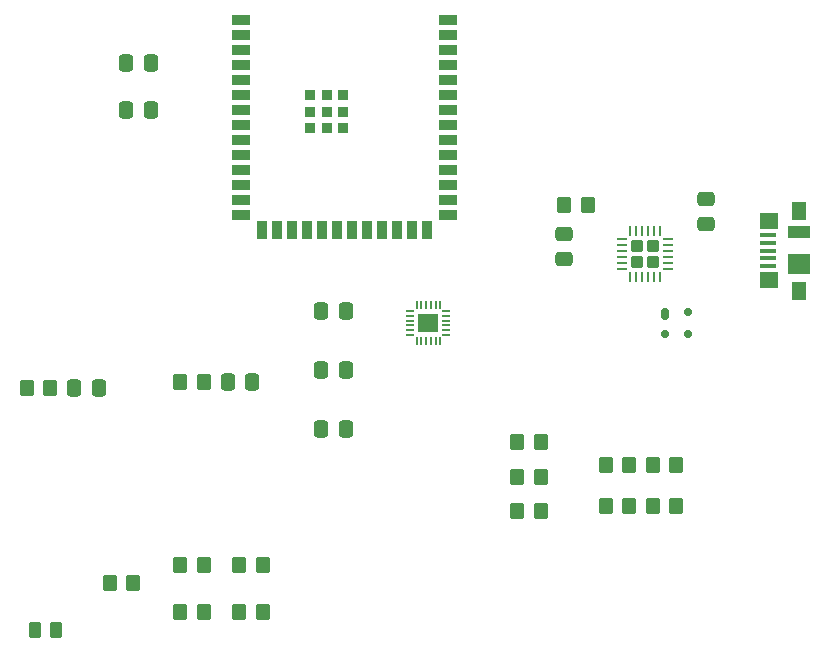
<source format=gbr>
%TF.GenerationSoftware,KiCad,Pcbnew,8.0.5*%
%TF.CreationDate,2024-10-29T07:25:13-05:00*%
%TF.ProjectId,Autonomous_Gardening_Rover_v2,4175746f-6e6f-46d6-9f75-735f47617264,rev?*%
%TF.SameCoordinates,Original*%
%TF.FileFunction,Paste,Top*%
%TF.FilePolarity,Positive*%
%FSLAX46Y46*%
G04 Gerber Fmt 4.6, Leading zero omitted, Abs format (unit mm)*
G04 Created by KiCad (PCBNEW 8.0.5) date 2024-10-29 07:25:13*
%MOMM*%
%LPD*%
G01*
G04 APERTURE LIST*
G04 Aperture macros list*
%AMRoundRect*
0 Rectangle with rounded corners*
0 $1 Rounding radius*
0 $2 $3 $4 $5 $6 $7 $8 $9 X,Y pos of 4 corners*
0 Add a 4 corners polygon primitive as box body*
4,1,4,$2,$3,$4,$5,$6,$7,$8,$9,$2,$3,0*
0 Add four circle primitives for the rounded corners*
1,1,$1+$1,$2,$3*
1,1,$1+$1,$4,$5*
1,1,$1+$1,$6,$7*
1,1,$1+$1,$8,$9*
0 Add four rect primitives between the rounded corners*
20,1,$1+$1,$2,$3,$4,$5,0*
20,1,$1+$1,$4,$5,$6,$7,0*
20,1,$1+$1,$6,$7,$8,$9,0*
20,1,$1+$1,$8,$9,$2,$3,0*%
G04 Aperture macros list end*
%ADD10RoundRect,0.250000X-0.350000X-0.450000X0.350000X-0.450000X0.350000X0.450000X-0.350000X0.450000X0*%
%ADD11RoundRect,0.250000X-0.337500X-0.475000X0.337500X-0.475000X0.337500X0.475000X-0.337500X0.475000X0*%
%ADD12RoundRect,0.175000X-0.175000X-0.325000X0.175000X-0.325000X0.175000X0.325000X-0.175000X0.325000X0*%
%ADD13RoundRect,0.150000X-0.200000X-0.150000X0.200000X-0.150000X0.200000X0.150000X-0.200000X0.150000X0*%
%ADD14R,0.900000X0.900000*%
%ADD15R,1.500000X0.900000*%
%ADD16R,0.900000X1.500000*%
%ADD17RoundRect,0.250000X-0.262500X-0.450000X0.262500X-0.450000X0.262500X0.450000X-0.262500X0.450000X0*%
%ADD18RoundRect,0.250000X0.337500X0.475000X-0.337500X0.475000X-0.337500X-0.475000X0.337500X-0.475000X0*%
%ADD19R,0.660400X0.203200*%
%ADD20R,0.203200X0.660400*%
%ADD21R,1.752600X1.600200*%
%ADD22RoundRect,0.062500X0.062500X0.350000X-0.062500X0.350000X-0.062500X-0.350000X0.062500X-0.350000X0*%
%ADD23RoundRect,0.062500X0.350000X0.062500X-0.350000X0.062500X-0.350000X-0.062500X0.350000X-0.062500X0*%
%ADD24RoundRect,0.250000X0.275000X0.275000X-0.275000X0.275000X-0.275000X-0.275000X0.275000X-0.275000X0*%
%ADD25RoundRect,0.250000X-0.475000X0.337500X-0.475000X-0.337500X0.475000X-0.337500X0.475000X0.337500X0*%
%ADD26R,1.300000X1.650000*%
%ADD27R,1.550000X1.425000*%
%ADD28R,1.900000X1.000000*%
%ADD29R,1.900000X1.800000*%
%ADD30R,1.380000X0.450000*%
G04 APERTURE END LIST*
D10*
%TO.C,R9*%
X99500000Y-53000000D03*
X101500000Y-53000000D03*
%TD*%
D11*
%TO.C,C2*%
X62425000Y-41000000D03*
X64500000Y-41000000D03*
%TD*%
D10*
%TO.C,R5*%
X72000000Y-83500000D03*
X74000000Y-83500000D03*
%TD*%
%TO.C,R6*%
X67000000Y-83500000D03*
X69000000Y-83500000D03*
%TD*%
%TO.C,R4*%
X61000000Y-85000000D03*
X63000000Y-85000000D03*
%TD*%
%TO.C,R27*%
X95500000Y-78950000D03*
X97500000Y-78950000D03*
%TD*%
%TO.C,R1*%
X54000000Y-68500000D03*
X56000000Y-68500000D03*
%TD*%
D12*
%TO.C,D4*%
X108000000Y-62250000D03*
D13*
X108000000Y-63950000D03*
X110000000Y-63950000D03*
X110000000Y-62050000D03*
%TD*%
D10*
%TO.C,R21*%
X107000000Y-75000000D03*
X109000000Y-75000000D03*
%TD*%
D14*
%TO.C,U1*%
X78000000Y-43700000D03*
X78000000Y-45100000D03*
X78000000Y-46500000D03*
X79400000Y-43700000D03*
X79400000Y-45100000D03*
X79400000Y-46500000D03*
X80800000Y-43700000D03*
X80800000Y-45100000D03*
X80800000Y-46500000D03*
D15*
X72150000Y-37380000D03*
X72150000Y-38650000D03*
X72150000Y-39920000D03*
X72150000Y-41190000D03*
X72150000Y-42460000D03*
X72150000Y-43730000D03*
X72150000Y-45000000D03*
X72150000Y-46270000D03*
X72150000Y-47540000D03*
X72150000Y-48810000D03*
X72150000Y-50080000D03*
X72150000Y-51350000D03*
X72150000Y-52620000D03*
X72150000Y-53890000D03*
D16*
X73915000Y-55140000D03*
X75185000Y-55140000D03*
X76455000Y-55140000D03*
X77725000Y-55140000D03*
X78995000Y-55140000D03*
X80265000Y-55140000D03*
X81535000Y-55140000D03*
X82805000Y-55140000D03*
X84075000Y-55140000D03*
X85345000Y-55140000D03*
X86615000Y-55140000D03*
X87885000Y-55140000D03*
D15*
X89650000Y-53890000D03*
X89650000Y-52620000D03*
X89650000Y-51350000D03*
X89650000Y-50080000D03*
X89650000Y-48810000D03*
X89650000Y-47540000D03*
X89650000Y-46270000D03*
X89650000Y-45000000D03*
X89650000Y-43730000D03*
X89650000Y-42460000D03*
X89650000Y-41190000D03*
X89650000Y-39920000D03*
X89650000Y-38650000D03*
X89650000Y-37380000D03*
%TD*%
D17*
%TO.C,R3*%
X54675000Y-89000000D03*
X56500000Y-89000000D03*
%TD*%
D10*
%TO.C,R7*%
X67000000Y-87500000D03*
X69000000Y-87500000D03*
%TD*%
D18*
%TO.C,C16*%
X81000000Y-72000000D03*
X78925000Y-72000000D03*
%TD*%
D11*
%TO.C,C4*%
X71000000Y-68000000D03*
X73075000Y-68000000D03*
%TD*%
%TO.C,C17*%
X78925000Y-67000000D03*
X81000000Y-67000000D03*
%TD*%
D19*
%TO.C,U6*%
X86476000Y-61999999D03*
X86476000Y-62400001D03*
X86476000Y-62800000D03*
X86476000Y-63200000D03*
X86476000Y-63599999D03*
X86476000Y-64000001D03*
D20*
X86999999Y-64524000D03*
X87400001Y-64524000D03*
X87800000Y-64524000D03*
X88200000Y-64524000D03*
X88599999Y-64524000D03*
X89000001Y-64524000D03*
D19*
X89524000Y-64000001D03*
X89524000Y-63599999D03*
X89524000Y-63200000D03*
X89524000Y-62800000D03*
X89524000Y-62400001D03*
X89524000Y-61999999D03*
D20*
X89000001Y-61476000D03*
X88599999Y-61476000D03*
X88200000Y-61476000D03*
X87800000Y-61476000D03*
X87400001Y-61476000D03*
X86999999Y-61476000D03*
D21*
X88000000Y-63000000D03*
%TD*%
D22*
%TO.C,U2*%
X107600000Y-59087500D03*
X107100000Y-59087500D03*
X106600000Y-59087500D03*
X106100000Y-59087500D03*
X105600000Y-59087500D03*
X105100000Y-59087500D03*
D23*
X104412500Y-58400000D03*
X104412500Y-57900000D03*
X104412500Y-57400000D03*
X104412500Y-56900000D03*
X104412500Y-56400000D03*
X104412500Y-55900000D03*
D22*
X105100000Y-55212500D03*
X105600000Y-55212500D03*
X106100000Y-55212500D03*
X106600000Y-55212500D03*
X107100000Y-55212500D03*
X107600000Y-55212500D03*
D23*
X108287500Y-55900000D03*
X108287500Y-56400000D03*
X108287500Y-56900000D03*
X108287500Y-57400000D03*
X108287500Y-57900000D03*
X108287500Y-58400000D03*
D24*
X105700000Y-56500000D03*
X105700000Y-57800000D03*
X107000000Y-56500000D03*
X107000000Y-57800000D03*
%TD*%
D25*
%TO.C,C6*%
X99500000Y-55500000D03*
X99500000Y-57575000D03*
%TD*%
D10*
%TO.C,R24*%
X103000000Y-78500000D03*
X105000000Y-78500000D03*
%TD*%
%TO.C,R8*%
X72000000Y-87500000D03*
X74000000Y-87500000D03*
%TD*%
%TO.C,R2*%
X67000000Y-68000000D03*
X69000000Y-68000000D03*
%TD*%
%TO.C,R25*%
X95500000Y-73050000D03*
X97500000Y-73050000D03*
%TD*%
D18*
%TO.C,C15*%
X81000000Y-62000000D03*
X78925000Y-62000000D03*
%TD*%
D11*
%TO.C,C1*%
X62425000Y-45000000D03*
X64500000Y-45000000D03*
%TD*%
D25*
%TO.C,C5*%
X111500000Y-52500000D03*
X111500000Y-54575000D03*
%TD*%
D10*
%TO.C,R26*%
X95500000Y-76000000D03*
X97500000Y-76000000D03*
%TD*%
%TO.C,R22*%
X107000000Y-78500000D03*
X109000000Y-78500000D03*
%TD*%
%TO.C,R23*%
X103000000Y-75000000D03*
X105000000Y-75000000D03*
%TD*%
D11*
%TO.C,C3*%
X60075000Y-68500000D03*
X58000000Y-68500000D03*
%TD*%
D26*
%TO.C,J2*%
X119400000Y-53500000D03*
D27*
X116825000Y-54387500D03*
D28*
X119400000Y-55325000D03*
D29*
X119400000Y-58025000D03*
D27*
X116825000Y-59362500D03*
D26*
X119400000Y-60250000D03*
D30*
X116740000Y-55575000D03*
X116740000Y-56225000D03*
X116740000Y-56875000D03*
X116740000Y-57525000D03*
X116740000Y-58175000D03*
%TD*%
M02*

</source>
